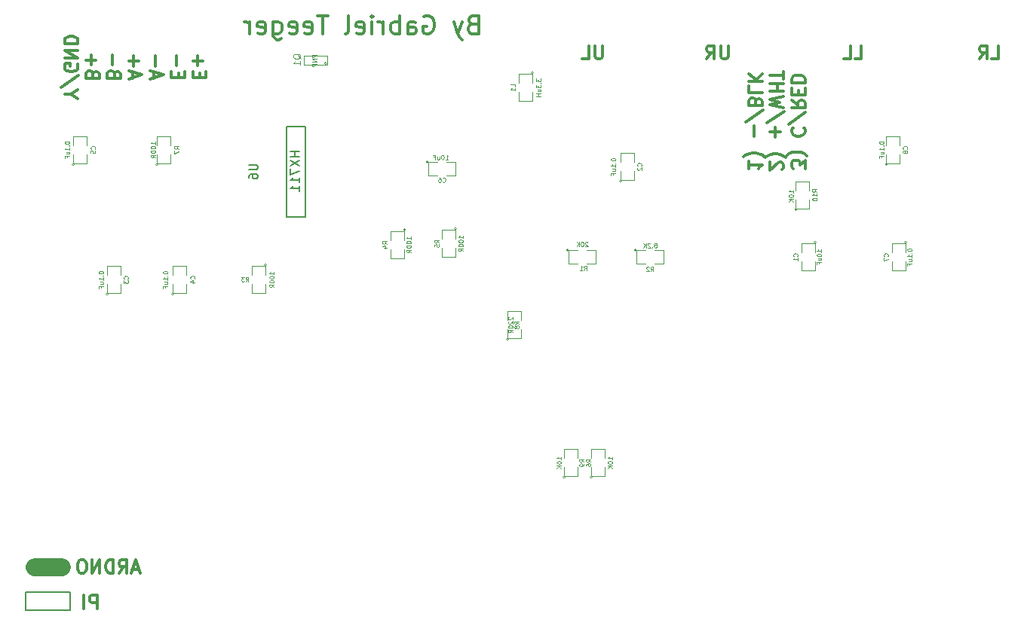
<source format=gbo>
G04 (created by PCBNEW (2013-07-07 BZR 4022)-stable) date 2020-03-17 3:52:32 PM*
%MOIN*%
G04 Gerber Fmt 3.4, Leading zero omitted, Abs format*
%FSLAX34Y34*%
G01*
G70*
G90*
G04 APERTURE LIST*
%ADD10C,0.00590551*%
%ADD11C,0.011811*%
%ADD12C,0.00787402*%
%ADD13C,0.0787402*%
%ADD14C,0.0031*%
%ADD15C,0.0039*%
%ADD16C,0.0047*%
%ADD17C,0.0043*%
G04 APERTURE END LIST*
G54D10*
G54D11*
X66055Y-50565D02*
X66055Y-49974D01*
X65830Y-49974D01*
X65774Y-50002D01*
X65746Y-50030D01*
X65718Y-50086D01*
X65718Y-50171D01*
X65746Y-50227D01*
X65774Y-50255D01*
X65830Y-50283D01*
X66055Y-50283D01*
X65465Y-50565D02*
X65465Y-49974D01*
X67897Y-48821D02*
X67616Y-48821D01*
X67954Y-48990D02*
X67757Y-48399D01*
X67560Y-48990D01*
X67026Y-48990D02*
X67222Y-48708D01*
X67363Y-48990D02*
X67363Y-48399D01*
X67138Y-48399D01*
X67082Y-48427D01*
X67054Y-48455D01*
X67026Y-48512D01*
X67026Y-48596D01*
X67054Y-48652D01*
X67082Y-48680D01*
X67138Y-48708D01*
X67363Y-48708D01*
X66773Y-48990D02*
X66773Y-48399D01*
X66632Y-48399D01*
X66548Y-48427D01*
X66491Y-48484D01*
X66463Y-48540D01*
X66435Y-48652D01*
X66435Y-48737D01*
X66463Y-48849D01*
X66491Y-48905D01*
X66548Y-48962D01*
X66632Y-48990D01*
X66773Y-48990D01*
X66182Y-48990D02*
X66182Y-48399D01*
X65844Y-48990D01*
X65844Y-48399D01*
X65451Y-48399D02*
X65338Y-48399D01*
X65282Y-48427D01*
X65226Y-48484D01*
X65198Y-48596D01*
X65198Y-48793D01*
X65226Y-48905D01*
X65282Y-48962D01*
X65338Y-48990D01*
X65451Y-48990D01*
X65507Y-48962D01*
X65563Y-48905D01*
X65591Y-48793D01*
X65591Y-48596D01*
X65563Y-48484D01*
X65507Y-48427D01*
X65451Y-48399D01*
G54D12*
X62884Y-50629D02*
X62884Y-49842D01*
X64853Y-50629D02*
X62884Y-50629D01*
X64853Y-49842D02*
X64853Y-50629D01*
X62884Y-49842D02*
X64853Y-49842D01*
G54D13*
X63308Y-48731D02*
X64489Y-48731D01*
G54D11*
X70600Y-27072D02*
X70600Y-26875D01*
X70290Y-26790D02*
X70290Y-27072D01*
X70881Y-27072D01*
X70881Y-26790D01*
X70515Y-26537D02*
X70515Y-26087D01*
X70290Y-26312D02*
X70740Y-26312D01*
X69655Y-27072D02*
X69655Y-26875D01*
X69346Y-26790D02*
X69346Y-27072D01*
X69936Y-27072D01*
X69936Y-26790D01*
X69571Y-26537D02*
X69571Y-26087D01*
X68569Y-27086D02*
X68569Y-26804D01*
X68401Y-27142D02*
X68991Y-26945D01*
X68401Y-26748D01*
X68626Y-26551D02*
X68626Y-26101D01*
X67625Y-27086D02*
X67625Y-26804D01*
X67456Y-27142D02*
X68046Y-26945D01*
X67456Y-26748D01*
X67681Y-26551D02*
X67681Y-26101D01*
X67456Y-26326D02*
X67906Y-26326D01*
X66820Y-26903D02*
X66792Y-26819D01*
X66764Y-26790D01*
X66708Y-26762D01*
X66623Y-26762D01*
X66567Y-26790D01*
X66539Y-26819D01*
X66511Y-26875D01*
X66511Y-27100D01*
X67101Y-27100D01*
X67101Y-26903D01*
X67073Y-26847D01*
X67045Y-26819D01*
X66989Y-26790D01*
X66933Y-26790D01*
X66877Y-26819D01*
X66848Y-26847D01*
X66820Y-26903D01*
X66820Y-27100D01*
X66736Y-26509D02*
X66736Y-26059D01*
X65875Y-26903D02*
X65847Y-26819D01*
X65819Y-26790D01*
X65763Y-26762D01*
X65679Y-26762D01*
X65622Y-26790D01*
X65594Y-26819D01*
X65566Y-26875D01*
X65566Y-27100D01*
X66157Y-27100D01*
X66157Y-26903D01*
X66128Y-26847D01*
X66100Y-26819D01*
X66044Y-26790D01*
X65988Y-26790D01*
X65932Y-26819D01*
X65904Y-26847D01*
X65875Y-26903D01*
X65875Y-27100D01*
X65791Y-26509D02*
X65791Y-26059D01*
X65566Y-26284D02*
X66016Y-26284D01*
X64902Y-27789D02*
X64621Y-27789D01*
X65212Y-27986D02*
X64902Y-27789D01*
X65212Y-27592D01*
X65240Y-26973D02*
X64481Y-27479D01*
X65184Y-26467D02*
X65212Y-26523D01*
X65212Y-26608D01*
X65184Y-26692D01*
X65127Y-26748D01*
X65071Y-26776D01*
X64959Y-26804D01*
X64874Y-26804D01*
X64762Y-26776D01*
X64706Y-26748D01*
X64649Y-26692D01*
X64621Y-26608D01*
X64621Y-26551D01*
X64649Y-26467D01*
X64677Y-26439D01*
X64874Y-26439D01*
X64874Y-26551D01*
X64621Y-26186D02*
X65212Y-26186D01*
X64621Y-25848D01*
X65212Y-25848D01*
X64621Y-25567D02*
X65212Y-25567D01*
X65212Y-25427D01*
X65184Y-25342D01*
X65127Y-25286D01*
X65071Y-25258D01*
X64959Y-25230D01*
X64874Y-25230D01*
X64762Y-25258D01*
X64706Y-25286D01*
X64649Y-25342D01*
X64621Y-25427D01*
X64621Y-25567D01*
X97351Y-31080D02*
X97351Y-30715D01*
X97126Y-30912D01*
X97126Y-30827D01*
X97098Y-30771D01*
X97070Y-30743D01*
X97014Y-30715D01*
X96873Y-30715D01*
X96817Y-30743D01*
X96789Y-30771D01*
X96760Y-30827D01*
X96760Y-30996D01*
X96789Y-31052D01*
X96817Y-31080D01*
X96535Y-30518D02*
X96564Y-30490D01*
X96648Y-30434D01*
X96704Y-30406D01*
X96789Y-30377D01*
X96929Y-30349D01*
X97042Y-30349D01*
X97182Y-30377D01*
X97267Y-30406D01*
X97323Y-30434D01*
X97407Y-30490D01*
X97435Y-30518D01*
X96817Y-29281D02*
X96789Y-29309D01*
X96760Y-29393D01*
X96760Y-29449D01*
X96789Y-29534D01*
X96845Y-29590D01*
X96901Y-29618D01*
X97014Y-29646D01*
X97098Y-29646D01*
X97210Y-29618D01*
X97267Y-29590D01*
X97323Y-29534D01*
X97351Y-29449D01*
X97351Y-29393D01*
X97323Y-29309D01*
X97295Y-29281D01*
X97379Y-28606D02*
X96620Y-29112D01*
X96760Y-28071D02*
X97042Y-28268D01*
X96760Y-28409D02*
X97351Y-28409D01*
X97351Y-28184D01*
X97323Y-28128D01*
X97295Y-28100D01*
X97239Y-28071D01*
X97154Y-28071D01*
X97098Y-28100D01*
X97070Y-28128D01*
X97042Y-28184D01*
X97042Y-28409D01*
X97070Y-27818D02*
X97070Y-27622D01*
X96760Y-27537D02*
X96760Y-27818D01*
X97351Y-27818D01*
X97351Y-27537D01*
X96760Y-27284D02*
X97351Y-27284D01*
X97351Y-27143D01*
X97323Y-27059D01*
X97267Y-27003D01*
X97210Y-26975D01*
X97098Y-26947D01*
X97014Y-26947D01*
X96901Y-26975D01*
X96845Y-27003D01*
X96789Y-27059D01*
X96760Y-27143D01*
X96760Y-27284D01*
X96350Y-31137D02*
X96378Y-31109D01*
X96406Y-31052D01*
X96406Y-30912D01*
X96378Y-30856D01*
X96350Y-30827D01*
X96294Y-30799D01*
X96237Y-30799D01*
X96153Y-30827D01*
X95816Y-31165D01*
X95816Y-30799D01*
X95591Y-30602D02*
X95619Y-30574D01*
X95703Y-30518D01*
X95759Y-30490D01*
X95844Y-30462D01*
X95984Y-30434D01*
X96097Y-30434D01*
X96237Y-30462D01*
X96322Y-30490D01*
X96378Y-30518D01*
X96462Y-30574D01*
X96491Y-30602D01*
X96041Y-29703D02*
X96041Y-29253D01*
X95816Y-29478D02*
X96266Y-29478D01*
X96434Y-28550D02*
X95675Y-29056D01*
X96406Y-28409D02*
X95816Y-28268D01*
X96237Y-28156D01*
X95816Y-28043D01*
X96406Y-27903D01*
X95816Y-27678D02*
X96406Y-27678D01*
X96125Y-27678D02*
X96125Y-27340D01*
X95816Y-27340D02*
X96406Y-27340D01*
X96406Y-27143D02*
X96406Y-26806D01*
X95816Y-26975D02*
X96406Y-26975D01*
X94871Y-30757D02*
X94871Y-31095D01*
X94871Y-30926D02*
X95461Y-30926D01*
X95377Y-30982D01*
X95321Y-31038D01*
X95293Y-31095D01*
X94646Y-30560D02*
X94674Y-30532D01*
X94758Y-30476D01*
X94814Y-30448D01*
X94899Y-30420D01*
X95039Y-30392D01*
X95152Y-30392D01*
X95293Y-30420D01*
X95377Y-30448D01*
X95433Y-30476D01*
X95517Y-30532D01*
X95546Y-30560D01*
X95096Y-29660D02*
X95096Y-29210D01*
X95489Y-28507D02*
X94730Y-29014D01*
X95180Y-28114D02*
X95152Y-28029D01*
X95124Y-28001D01*
X95068Y-27973D01*
X94983Y-27973D01*
X94927Y-28001D01*
X94899Y-28029D01*
X94871Y-28086D01*
X94871Y-28311D01*
X95461Y-28311D01*
X95461Y-28114D01*
X95433Y-28057D01*
X95405Y-28029D01*
X95349Y-28001D01*
X95293Y-28001D01*
X95236Y-28029D01*
X95208Y-28057D01*
X95180Y-28114D01*
X95180Y-28311D01*
X94871Y-27439D02*
X94871Y-27720D01*
X95461Y-27720D01*
X94871Y-27242D02*
X95461Y-27242D01*
X94871Y-26904D02*
X95208Y-27158D01*
X95461Y-26904D02*
X95124Y-27242D01*
X99556Y-26239D02*
X99837Y-26239D01*
X99837Y-25648D01*
X99078Y-26239D02*
X99359Y-26239D01*
X99359Y-25648D01*
X105612Y-26239D02*
X105893Y-26239D01*
X105893Y-25648D01*
X105078Y-26239D02*
X105275Y-25957D01*
X105415Y-26239D02*
X105415Y-25648D01*
X105190Y-25648D01*
X105134Y-25676D01*
X105106Y-25704D01*
X105078Y-25760D01*
X105078Y-25845D01*
X105106Y-25901D01*
X105134Y-25929D01*
X105190Y-25957D01*
X105415Y-25957D01*
X93964Y-25648D02*
X93964Y-26126D01*
X93935Y-26182D01*
X93907Y-26210D01*
X93851Y-26239D01*
X93739Y-26239D01*
X93682Y-26210D01*
X93654Y-26182D01*
X93626Y-26126D01*
X93626Y-25648D01*
X93007Y-26239D02*
X93204Y-25957D01*
X93345Y-26239D02*
X93345Y-25648D01*
X93120Y-25648D01*
X93064Y-25676D01*
X93035Y-25704D01*
X93007Y-25760D01*
X93007Y-25845D01*
X93035Y-25901D01*
X93064Y-25929D01*
X93120Y-25957D01*
X93345Y-25957D01*
X88407Y-25648D02*
X88407Y-26126D01*
X88379Y-26182D01*
X88351Y-26210D01*
X88295Y-26239D01*
X88182Y-26239D01*
X88126Y-26210D01*
X88098Y-26182D01*
X88070Y-26126D01*
X88070Y-25648D01*
X87507Y-26239D02*
X87789Y-26239D01*
X87789Y-25648D01*
X82656Y-24705D02*
X82543Y-24743D01*
X82505Y-24781D01*
X82468Y-24856D01*
X82468Y-24969D01*
X82505Y-25044D01*
X82543Y-25082D01*
X82618Y-25119D01*
X82919Y-25119D01*
X82919Y-24329D01*
X82656Y-24329D01*
X82580Y-24367D01*
X82543Y-24404D01*
X82505Y-24480D01*
X82505Y-24555D01*
X82543Y-24630D01*
X82580Y-24668D01*
X82656Y-24705D01*
X82919Y-24705D01*
X82204Y-24592D02*
X82016Y-25119D01*
X81828Y-24592D02*
X82016Y-25119D01*
X82091Y-25308D01*
X82129Y-25345D01*
X82204Y-25383D01*
X80510Y-24367D02*
X80585Y-24329D01*
X80698Y-24329D01*
X80811Y-24367D01*
X80886Y-24442D01*
X80924Y-24517D01*
X80962Y-24668D01*
X80962Y-24781D01*
X80924Y-24931D01*
X80886Y-25007D01*
X80811Y-25082D01*
X80698Y-25119D01*
X80623Y-25119D01*
X80510Y-25082D01*
X80472Y-25044D01*
X80472Y-24781D01*
X80623Y-24781D01*
X79795Y-25119D02*
X79795Y-24705D01*
X79832Y-24630D01*
X79908Y-24592D01*
X80058Y-24592D01*
X80134Y-24630D01*
X79795Y-25082D02*
X79870Y-25119D01*
X80058Y-25119D01*
X80134Y-25082D01*
X80171Y-25007D01*
X80171Y-24931D01*
X80134Y-24856D01*
X80058Y-24818D01*
X79870Y-24818D01*
X79795Y-24781D01*
X79418Y-25119D02*
X79418Y-24329D01*
X79418Y-24630D02*
X79343Y-24592D01*
X79192Y-24592D01*
X79117Y-24630D01*
X79079Y-24668D01*
X79042Y-24743D01*
X79042Y-24969D01*
X79079Y-25044D01*
X79117Y-25082D01*
X79192Y-25119D01*
X79343Y-25119D01*
X79418Y-25082D01*
X78703Y-25119D02*
X78703Y-24592D01*
X78703Y-24743D02*
X78665Y-24668D01*
X78628Y-24630D01*
X78552Y-24592D01*
X78477Y-24592D01*
X78214Y-25119D02*
X78214Y-24592D01*
X78214Y-24329D02*
X78251Y-24367D01*
X78214Y-24404D01*
X78176Y-24367D01*
X78214Y-24329D01*
X78214Y-24404D01*
X77536Y-25082D02*
X77611Y-25119D01*
X77762Y-25119D01*
X77837Y-25082D01*
X77875Y-25007D01*
X77875Y-24705D01*
X77837Y-24630D01*
X77762Y-24592D01*
X77611Y-24592D01*
X77536Y-24630D01*
X77498Y-24705D01*
X77498Y-24781D01*
X77875Y-24856D01*
X77047Y-25119D02*
X77122Y-25082D01*
X77160Y-25007D01*
X77160Y-24329D01*
X76256Y-24329D02*
X75804Y-24329D01*
X76030Y-25119D02*
X76030Y-24329D01*
X75240Y-25082D02*
X75315Y-25119D01*
X75465Y-25119D01*
X75541Y-25082D01*
X75578Y-25007D01*
X75578Y-24705D01*
X75541Y-24630D01*
X75465Y-24592D01*
X75315Y-24592D01*
X75240Y-24630D01*
X75202Y-24705D01*
X75202Y-24781D01*
X75578Y-24856D01*
X74562Y-25082D02*
X74637Y-25119D01*
X74788Y-25119D01*
X74863Y-25082D01*
X74901Y-25007D01*
X74901Y-24705D01*
X74863Y-24630D01*
X74788Y-24592D01*
X74637Y-24592D01*
X74562Y-24630D01*
X74524Y-24705D01*
X74524Y-24781D01*
X74901Y-24856D01*
X73847Y-24592D02*
X73847Y-25232D01*
X73884Y-25308D01*
X73922Y-25345D01*
X73997Y-25383D01*
X74110Y-25383D01*
X74186Y-25345D01*
X73847Y-25082D02*
X73922Y-25119D01*
X74073Y-25119D01*
X74148Y-25082D01*
X74186Y-25044D01*
X74223Y-24969D01*
X74223Y-24743D01*
X74186Y-24668D01*
X74148Y-24630D01*
X74073Y-24592D01*
X73922Y-24592D01*
X73847Y-24630D01*
X73169Y-25082D02*
X73244Y-25119D01*
X73395Y-25119D01*
X73470Y-25082D01*
X73508Y-25007D01*
X73508Y-24705D01*
X73470Y-24630D01*
X73395Y-24592D01*
X73244Y-24592D01*
X73169Y-24630D01*
X73131Y-24705D01*
X73131Y-24781D01*
X73508Y-24856D01*
X72793Y-25119D02*
X72793Y-24592D01*
X72793Y-24743D02*
X72755Y-24668D01*
X72717Y-24630D01*
X72642Y-24592D01*
X72567Y-24592D01*
G54D14*
X76225Y-26438D02*
G75*
G03X76225Y-26438I-62J0D01*
G74*
G01*
X75200Y-26100D02*
X75200Y-26500D01*
X76225Y-26100D02*
X76225Y-26500D01*
X75200Y-26500D02*
X76225Y-26500D01*
X76225Y-26100D02*
X75200Y-26100D01*
G54D15*
X101000Y-30900D02*
G75*
G03X101000Y-30900I-50J0D01*
G74*
G01*
X100950Y-30450D02*
X100950Y-30850D01*
X100950Y-30850D02*
X101550Y-30850D01*
X101550Y-30850D02*
X101550Y-30450D01*
X101550Y-30050D02*
X101550Y-29650D01*
X101550Y-29650D02*
X100950Y-29650D01*
X100950Y-29650D02*
X100950Y-30050D01*
X81950Y-33750D02*
G75*
G03X81950Y-33750I-50J0D01*
G74*
G01*
X81900Y-34200D02*
X81900Y-33800D01*
X81900Y-33800D02*
X81300Y-33800D01*
X81300Y-33800D02*
X81300Y-34200D01*
X81300Y-34600D02*
X81300Y-35000D01*
X81300Y-35000D02*
X81900Y-35000D01*
X81900Y-35000D02*
X81900Y-34600D01*
X68750Y-30900D02*
G75*
G03X68750Y-30900I-50J0D01*
G74*
G01*
X68700Y-30450D02*
X68700Y-30850D01*
X68700Y-30850D02*
X69300Y-30850D01*
X69300Y-30850D02*
X69300Y-30450D01*
X69300Y-30050D02*
X69300Y-29650D01*
X69300Y-29650D02*
X68700Y-29650D01*
X68700Y-29650D02*
X68700Y-30050D01*
X87950Y-44750D02*
G75*
G03X87950Y-44750I-50J0D01*
G74*
G01*
X87900Y-44300D02*
X87900Y-44700D01*
X87900Y-44700D02*
X88500Y-44700D01*
X88500Y-44700D02*
X88500Y-44300D01*
X88500Y-43900D02*
X88500Y-43500D01*
X88500Y-43500D02*
X87900Y-43500D01*
X87900Y-43500D02*
X87900Y-43900D01*
X65050Y-30900D02*
G75*
G03X65050Y-30900I-50J0D01*
G74*
G01*
X65000Y-30450D02*
X65000Y-30850D01*
X65000Y-30850D02*
X65600Y-30850D01*
X65600Y-30850D02*
X65600Y-30450D01*
X65600Y-30050D02*
X65600Y-29650D01*
X65600Y-29650D02*
X65000Y-29650D01*
X65000Y-29650D02*
X65000Y-30050D01*
X86750Y-44750D02*
G75*
G03X86750Y-44750I-50J0D01*
G74*
G01*
X86700Y-44300D02*
X86700Y-44700D01*
X86700Y-44700D02*
X87300Y-44700D01*
X87300Y-44700D02*
X87300Y-44300D01*
X87300Y-43900D02*
X87300Y-43500D01*
X87300Y-43500D02*
X86700Y-43500D01*
X86700Y-43500D02*
X86700Y-43900D01*
X84250Y-38650D02*
G75*
G03X84250Y-38650I-50J0D01*
G74*
G01*
X84200Y-38200D02*
X84200Y-38600D01*
X84200Y-38600D02*
X84800Y-38600D01*
X84800Y-38600D02*
X84800Y-38200D01*
X84800Y-37800D02*
X84800Y-37400D01*
X84800Y-37400D02*
X84200Y-37400D01*
X84200Y-37400D02*
X84200Y-37800D01*
X79700Y-33800D02*
G75*
G03X79700Y-33800I-50J0D01*
G74*
G01*
X79650Y-34250D02*
X79650Y-33850D01*
X79650Y-33850D02*
X79050Y-33850D01*
X79050Y-33850D02*
X79050Y-34250D01*
X79050Y-34650D02*
X79050Y-35050D01*
X79050Y-35050D02*
X79650Y-35050D01*
X79650Y-35050D02*
X79650Y-34650D01*
X80700Y-30800D02*
G75*
G03X80700Y-30800I-50J0D01*
G74*
G01*
X81100Y-30800D02*
X80700Y-30800D01*
X80700Y-30800D02*
X80700Y-31400D01*
X80700Y-31400D02*
X81100Y-31400D01*
X81500Y-31400D02*
X81900Y-31400D01*
X81900Y-31400D02*
X81900Y-30800D01*
X81900Y-30800D02*
X81500Y-30800D01*
X101850Y-34350D02*
G75*
G03X101850Y-34350I-50J0D01*
G74*
G01*
X101800Y-34800D02*
X101800Y-34400D01*
X101800Y-34400D02*
X101200Y-34400D01*
X101200Y-34400D02*
X101200Y-34800D01*
X101200Y-35200D02*
X101200Y-35600D01*
X101200Y-35600D02*
X101800Y-35600D01*
X101800Y-35600D02*
X101800Y-35200D01*
X69450Y-36650D02*
G75*
G03X69450Y-36650I-50J0D01*
G74*
G01*
X69400Y-36200D02*
X69400Y-36600D01*
X69400Y-36600D02*
X70000Y-36600D01*
X70000Y-36600D02*
X70000Y-36200D01*
X70000Y-35800D02*
X70000Y-35400D01*
X70000Y-35400D02*
X69400Y-35400D01*
X69400Y-35400D02*
X69400Y-35800D01*
X66550Y-36650D02*
G75*
G03X66550Y-36650I-50J0D01*
G74*
G01*
X66500Y-36200D02*
X66500Y-36600D01*
X66500Y-36600D02*
X67100Y-36600D01*
X67100Y-36600D02*
X67100Y-36200D01*
X67100Y-35800D02*
X67100Y-35400D01*
X67100Y-35400D02*
X66500Y-35400D01*
X66500Y-35400D02*
X66500Y-35800D01*
X85350Y-26850D02*
G75*
G03X85350Y-26850I-50J0D01*
G74*
G01*
X85300Y-27300D02*
X85300Y-26900D01*
X85300Y-26900D02*
X84700Y-26900D01*
X84700Y-26900D02*
X84700Y-27300D01*
X84700Y-27700D02*
X84700Y-28100D01*
X84700Y-28100D02*
X85300Y-28100D01*
X85300Y-28100D02*
X85300Y-27700D01*
X97850Y-34350D02*
G75*
G03X97850Y-34350I-50J0D01*
G74*
G01*
X97800Y-34800D02*
X97800Y-34400D01*
X97800Y-34400D02*
X97200Y-34400D01*
X97200Y-34400D02*
X97200Y-34800D01*
X97200Y-35200D02*
X97200Y-35600D01*
X97200Y-35600D02*
X97800Y-35600D01*
X97800Y-35600D02*
X97800Y-35200D01*
X89250Y-31650D02*
G75*
G03X89250Y-31650I-50J0D01*
G74*
G01*
X89200Y-31200D02*
X89200Y-31600D01*
X89200Y-31600D02*
X89800Y-31600D01*
X89800Y-31600D02*
X89800Y-31200D01*
X89800Y-30800D02*
X89800Y-30400D01*
X89800Y-30400D02*
X89200Y-30400D01*
X89200Y-30400D02*
X89200Y-30800D01*
X73550Y-35350D02*
G75*
G03X73550Y-35350I-50J0D01*
G74*
G01*
X73500Y-35800D02*
X73500Y-35400D01*
X73500Y-35400D02*
X72900Y-35400D01*
X72900Y-35400D02*
X72900Y-35800D01*
X72900Y-36200D02*
X72900Y-36600D01*
X72900Y-36600D02*
X73500Y-36600D01*
X73500Y-36600D02*
X73500Y-36200D01*
X89900Y-34700D02*
G75*
G03X89900Y-34700I-50J0D01*
G74*
G01*
X90300Y-34700D02*
X89900Y-34700D01*
X89900Y-34700D02*
X89900Y-35300D01*
X89900Y-35300D02*
X90300Y-35300D01*
X90700Y-35300D02*
X91100Y-35300D01*
X91100Y-35300D02*
X91100Y-34700D01*
X91100Y-34700D02*
X90700Y-34700D01*
X86900Y-34700D02*
G75*
G03X86900Y-34700I-50J0D01*
G74*
G01*
X87300Y-34700D02*
X86900Y-34700D01*
X86900Y-34700D02*
X86900Y-35300D01*
X86900Y-35300D02*
X87300Y-35300D01*
X87700Y-35300D02*
X88100Y-35300D01*
X88100Y-35300D02*
X88100Y-34700D01*
X88100Y-34700D02*
X87700Y-34700D01*
G54D10*
X74426Y-29212D02*
X74426Y-33228D01*
X74426Y-33228D02*
X75253Y-33228D01*
X75253Y-33228D02*
X75253Y-29252D01*
X75253Y-29252D02*
X75253Y-29212D01*
X75253Y-29212D02*
X74426Y-29212D01*
G54D15*
X97000Y-32900D02*
G75*
G03X97000Y-32900I-50J0D01*
G74*
G01*
X96950Y-32450D02*
X96950Y-32850D01*
X96950Y-32850D02*
X97550Y-32850D01*
X97550Y-32850D02*
X97550Y-32450D01*
X97550Y-32050D02*
X97550Y-31650D01*
X97550Y-31650D02*
X96950Y-31650D01*
X96950Y-31650D02*
X96950Y-32050D01*
G54D16*
X75063Y-26232D02*
X75048Y-26203D01*
X75020Y-26175D01*
X74977Y-26132D01*
X74963Y-26103D01*
X74963Y-26075D01*
X75034Y-26089D02*
X75020Y-26061D01*
X74991Y-26032D01*
X74934Y-26018D01*
X74834Y-26018D01*
X74777Y-26032D01*
X74748Y-26061D01*
X74734Y-26089D01*
X74734Y-26146D01*
X74748Y-26175D01*
X74777Y-26203D01*
X74834Y-26218D01*
X74934Y-26218D01*
X74991Y-26203D01*
X75020Y-26175D01*
X75034Y-26146D01*
X75034Y-26089D01*
X75034Y-26503D02*
X75034Y-26332D01*
X75034Y-26418D02*
X74734Y-26418D01*
X74777Y-26389D01*
X74805Y-26361D01*
X74820Y-26332D01*
G54D15*
X75754Y-26046D02*
X75557Y-26046D01*
X75557Y-26121D01*
X75567Y-26140D01*
X75576Y-26149D01*
X75595Y-26159D01*
X75623Y-26159D01*
X75642Y-26149D01*
X75651Y-26140D01*
X75660Y-26121D01*
X75660Y-26046D01*
X75754Y-26243D02*
X75557Y-26243D01*
X75754Y-26356D01*
X75557Y-26356D01*
X75754Y-26450D02*
X75557Y-26450D01*
X75557Y-26525D01*
X75567Y-26543D01*
X75576Y-26553D01*
X75595Y-26562D01*
X75623Y-26562D01*
X75642Y-26553D01*
X75651Y-26543D01*
X75660Y-26525D01*
X75660Y-26450D01*
G54D17*
X101860Y-30217D02*
X101870Y-30207D01*
X101879Y-30179D01*
X101879Y-30160D01*
X101870Y-30132D01*
X101851Y-30113D01*
X101832Y-30104D01*
X101795Y-30095D01*
X101767Y-30095D01*
X101729Y-30104D01*
X101710Y-30113D01*
X101692Y-30132D01*
X101682Y-30160D01*
X101682Y-30179D01*
X101692Y-30207D01*
X101701Y-30217D01*
X101767Y-30329D02*
X101757Y-30310D01*
X101748Y-30301D01*
X101729Y-30292D01*
X101720Y-30292D01*
X101701Y-30301D01*
X101692Y-30310D01*
X101682Y-30329D01*
X101682Y-30367D01*
X101692Y-30386D01*
X101701Y-30395D01*
X101720Y-30404D01*
X101729Y-30404D01*
X101748Y-30395D01*
X101757Y-30386D01*
X101767Y-30367D01*
X101767Y-30329D01*
X101776Y-30310D01*
X101785Y-30301D01*
X101804Y-30292D01*
X101842Y-30292D01*
X101860Y-30301D01*
X101870Y-30310D01*
X101879Y-30329D01*
X101879Y-30367D01*
X101870Y-30386D01*
X101860Y-30395D01*
X101842Y-30404D01*
X101804Y-30404D01*
X101785Y-30395D01*
X101776Y-30386D01*
X101767Y-30367D01*
X100632Y-29926D02*
X100632Y-29945D01*
X100642Y-29963D01*
X100651Y-29973D01*
X100670Y-29982D01*
X100707Y-29992D01*
X100754Y-29992D01*
X100792Y-29982D01*
X100810Y-29973D01*
X100820Y-29963D01*
X100829Y-29945D01*
X100829Y-29926D01*
X100820Y-29907D01*
X100810Y-29898D01*
X100792Y-29888D01*
X100754Y-29879D01*
X100707Y-29879D01*
X100670Y-29888D01*
X100651Y-29898D01*
X100642Y-29907D01*
X100632Y-29926D01*
X100810Y-30076D02*
X100820Y-30085D01*
X100829Y-30076D01*
X100820Y-30067D01*
X100810Y-30076D01*
X100829Y-30076D01*
X100829Y-30273D02*
X100829Y-30160D01*
X100829Y-30217D02*
X100632Y-30217D01*
X100660Y-30198D01*
X100679Y-30179D01*
X100689Y-30160D01*
X100698Y-30442D02*
X100829Y-30442D01*
X100698Y-30357D02*
X100801Y-30357D01*
X100820Y-30367D01*
X100829Y-30386D01*
X100829Y-30414D01*
X100820Y-30432D01*
X100810Y-30442D01*
X100726Y-30601D02*
X100726Y-30536D01*
X100829Y-30536D02*
X100632Y-30536D01*
X100632Y-30629D01*
X81179Y-34367D02*
X81085Y-34301D01*
X81179Y-34254D02*
X80982Y-34254D01*
X80982Y-34329D01*
X80992Y-34348D01*
X81001Y-34357D01*
X81020Y-34367D01*
X81048Y-34367D01*
X81067Y-34357D01*
X81076Y-34348D01*
X81085Y-34329D01*
X81085Y-34254D01*
X80982Y-34545D02*
X80982Y-34451D01*
X81076Y-34442D01*
X81067Y-34451D01*
X81057Y-34470D01*
X81057Y-34517D01*
X81067Y-34536D01*
X81076Y-34545D01*
X81095Y-34554D01*
X81142Y-34554D01*
X81160Y-34545D01*
X81170Y-34536D01*
X81179Y-34517D01*
X81179Y-34470D01*
X81170Y-34451D01*
X81160Y-34442D01*
X82229Y-34170D02*
X82229Y-34057D01*
X82229Y-34113D02*
X82032Y-34113D01*
X82060Y-34095D01*
X82079Y-34076D01*
X82089Y-34057D01*
X82032Y-34292D02*
X82032Y-34310D01*
X82042Y-34329D01*
X82051Y-34339D01*
X82070Y-34348D01*
X82107Y-34357D01*
X82154Y-34357D01*
X82192Y-34348D01*
X82210Y-34339D01*
X82220Y-34329D01*
X82229Y-34310D01*
X82229Y-34292D01*
X82220Y-34273D01*
X82210Y-34263D01*
X82192Y-34254D01*
X82154Y-34245D01*
X82107Y-34245D01*
X82070Y-34254D01*
X82051Y-34263D01*
X82042Y-34273D01*
X82032Y-34292D01*
X82032Y-34479D02*
X82032Y-34498D01*
X82042Y-34517D01*
X82051Y-34526D01*
X82070Y-34536D01*
X82107Y-34545D01*
X82154Y-34545D01*
X82192Y-34536D01*
X82210Y-34526D01*
X82220Y-34517D01*
X82229Y-34498D01*
X82229Y-34479D01*
X82220Y-34460D01*
X82210Y-34451D01*
X82192Y-34442D01*
X82154Y-34432D01*
X82107Y-34432D01*
X82070Y-34442D01*
X82051Y-34451D01*
X82042Y-34460D01*
X82032Y-34479D01*
X82229Y-34742D02*
X82135Y-34676D01*
X82229Y-34629D02*
X82032Y-34629D01*
X82032Y-34704D01*
X82042Y-34723D01*
X82051Y-34733D01*
X82070Y-34742D01*
X82098Y-34742D01*
X82117Y-34733D01*
X82126Y-34723D01*
X82135Y-34704D01*
X82135Y-34629D01*
X69679Y-30217D02*
X69585Y-30151D01*
X69679Y-30104D02*
X69482Y-30104D01*
X69482Y-30179D01*
X69492Y-30198D01*
X69501Y-30207D01*
X69520Y-30217D01*
X69548Y-30217D01*
X69567Y-30207D01*
X69576Y-30198D01*
X69585Y-30179D01*
X69585Y-30104D01*
X69482Y-30282D02*
X69482Y-30414D01*
X69679Y-30329D01*
X68629Y-30020D02*
X68629Y-29907D01*
X68629Y-29963D02*
X68432Y-29963D01*
X68460Y-29945D01*
X68479Y-29926D01*
X68489Y-29907D01*
X68432Y-30142D02*
X68432Y-30160D01*
X68442Y-30179D01*
X68451Y-30189D01*
X68470Y-30198D01*
X68507Y-30207D01*
X68554Y-30207D01*
X68592Y-30198D01*
X68610Y-30189D01*
X68620Y-30179D01*
X68629Y-30160D01*
X68629Y-30142D01*
X68620Y-30123D01*
X68610Y-30113D01*
X68592Y-30104D01*
X68554Y-30095D01*
X68507Y-30095D01*
X68470Y-30104D01*
X68451Y-30113D01*
X68442Y-30123D01*
X68432Y-30142D01*
X68432Y-30329D02*
X68432Y-30348D01*
X68442Y-30367D01*
X68451Y-30376D01*
X68470Y-30386D01*
X68507Y-30395D01*
X68554Y-30395D01*
X68592Y-30386D01*
X68610Y-30376D01*
X68620Y-30367D01*
X68629Y-30348D01*
X68629Y-30329D01*
X68620Y-30310D01*
X68610Y-30301D01*
X68592Y-30292D01*
X68554Y-30282D01*
X68507Y-30282D01*
X68470Y-30292D01*
X68451Y-30301D01*
X68442Y-30310D01*
X68432Y-30329D01*
X68629Y-30592D02*
X68535Y-30526D01*
X68629Y-30479D02*
X68432Y-30479D01*
X68432Y-30554D01*
X68442Y-30573D01*
X68451Y-30583D01*
X68470Y-30592D01*
X68498Y-30592D01*
X68517Y-30583D01*
X68526Y-30573D01*
X68535Y-30554D01*
X68535Y-30479D01*
X87879Y-44067D02*
X87785Y-44001D01*
X87879Y-43954D02*
X87682Y-43954D01*
X87682Y-44029D01*
X87692Y-44048D01*
X87701Y-44057D01*
X87720Y-44067D01*
X87748Y-44067D01*
X87767Y-44057D01*
X87776Y-44048D01*
X87785Y-44029D01*
X87785Y-43954D01*
X87682Y-44236D02*
X87682Y-44198D01*
X87692Y-44179D01*
X87701Y-44170D01*
X87729Y-44151D01*
X87767Y-44142D01*
X87842Y-44142D01*
X87860Y-44151D01*
X87870Y-44160D01*
X87879Y-44179D01*
X87879Y-44217D01*
X87870Y-44236D01*
X87860Y-44245D01*
X87842Y-44254D01*
X87795Y-44254D01*
X87776Y-44245D01*
X87767Y-44236D01*
X87757Y-44217D01*
X87757Y-44179D01*
X87767Y-44160D01*
X87776Y-44151D01*
X87795Y-44142D01*
X88829Y-43963D02*
X88829Y-43851D01*
X88829Y-43907D02*
X88632Y-43907D01*
X88660Y-43888D01*
X88679Y-43870D01*
X88689Y-43851D01*
X88632Y-44085D02*
X88632Y-44104D01*
X88642Y-44123D01*
X88651Y-44132D01*
X88670Y-44142D01*
X88707Y-44151D01*
X88754Y-44151D01*
X88792Y-44142D01*
X88810Y-44132D01*
X88820Y-44123D01*
X88829Y-44104D01*
X88829Y-44085D01*
X88820Y-44067D01*
X88810Y-44057D01*
X88792Y-44048D01*
X88754Y-44039D01*
X88707Y-44039D01*
X88670Y-44048D01*
X88651Y-44057D01*
X88642Y-44067D01*
X88632Y-44085D01*
X88829Y-44236D02*
X88632Y-44236D01*
X88829Y-44348D02*
X88717Y-44264D01*
X88632Y-44348D02*
X88745Y-44236D01*
X65960Y-30217D02*
X65970Y-30207D01*
X65979Y-30179D01*
X65979Y-30160D01*
X65970Y-30132D01*
X65951Y-30113D01*
X65932Y-30104D01*
X65895Y-30095D01*
X65867Y-30095D01*
X65829Y-30104D01*
X65810Y-30113D01*
X65792Y-30132D01*
X65782Y-30160D01*
X65782Y-30179D01*
X65792Y-30207D01*
X65801Y-30217D01*
X65782Y-30395D02*
X65782Y-30301D01*
X65876Y-30292D01*
X65867Y-30301D01*
X65857Y-30320D01*
X65857Y-30367D01*
X65867Y-30386D01*
X65876Y-30395D01*
X65895Y-30404D01*
X65942Y-30404D01*
X65960Y-30395D01*
X65970Y-30386D01*
X65979Y-30367D01*
X65979Y-30320D01*
X65970Y-30301D01*
X65960Y-30292D01*
X64632Y-29926D02*
X64632Y-29945D01*
X64642Y-29963D01*
X64651Y-29973D01*
X64670Y-29982D01*
X64707Y-29992D01*
X64754Y-29992D01*
X64792Y-29982D01*
X64810Y-29973D01*
X64820Y-29963D01*
X64829Y-29945D01*
X64829Y-29926D01*
X64820Y-29907D01*
X64810Y-29898D01*
X64792Y-29888D01*
X64754Y-29879D01*
X64707Y-29879D01*
X64670Y-29888D01*
X64651Y-29898D01*
X64642Y-29907D01*
X64632Y-29926D01*
X64810Y-30076D02*
X64820Y-30085D01*
X64829Y-30076D01*
X64820Y-30067D01*
X64810Y-30076D01*
X64829Y-30076D01*
X64829Y-30273D02*
X64829Y-30160D01*
X64829Y-30217D02*
X64632Y-30217D01*
X64660Y-30198D01*
X64679Y-30179D01*
X64689Y-30160D01*
X64698Y-30442D02*
X64829Y-30442D01*
X64698Y-30357D02*
X64801Y-30357D01*
X64820Y-30367D01*
X64829Y-30386D01*
X64829Y-30414D01*
X64820Y-30432D01*
X64810Y-30442D01*
X64726Y-30601D02*
X64726Y-30536D01*
X64829Y-30536D02*
X64632Y-30536D01*
X64632Y-30629D01*
X87579Y-44067D02*
X87485Y-44001D01*
X87579Y-43954D02*
X87382Y-43954D01*
X87382Y-44029D01*
X87392Y-44048D01*
X87401Y-44057D01*
X87420Y-44067D01*
X87448Y-44067D01*
X87467Y-44057D01*
X87476Y-44048D01*
X87485Y-44029D01*
X87485Y-43954D01*
X87579Y-44160D02*
X87579Y-44198D01*
X87570Y-44217D01*
X87560Y-44226D01*
X87532Y-44245D01*
X87495Y-44254D01*
X87420Y-44254D01*
X87401Y-44245D01*
X87392Y-44236D01*
X87382Y-44217D01*
X87382Y-44179D01*
X87392Y-44160D01*
X87401Y-44151D01*
X87420Y-44142D01*
X87467Y-44142D01*
X87485Y-44151D01*
X87495Y-44160D01*
X87504Y-44179D01*
X87504Y-44217D01*
X87495Y-44236D01*
X87485Y-44245D01*
X87467Y-44254D01*
X86579Y-43963D02*
X86579Y-43851D01*
X86579Y-43907D02*
X86382Y-43907D01*
X86410Y-43888D01*
X86429Y-43870D01*
X86439Y-43851D01*
X86382Y-44085D02*
X86382Y-44104D01*
X86392Y-44123D01*
X86401Y-44132D01*
X86420Y-44142D01*
X86457Y-44151D01*
X86504Y-44151D01*
X86542Y-44142D01*
X86560Y-44132D01*
X86570Y-44123D01*
X86579Y-44104D01*
X86579Y-44085D01*
X86570Y-44067D01*
X86560Y-44057D01*
X86542Y-44048D01*
X86504Y-44039D01*
X86457Y-44039D01*
X86420Y-44048D01*
X86401Y-44057D01*
X86392Y-44067D01*
X86382Y-44085D01*
X86579Y-44236D02*
X86382Y-44236D01*
X86579Y-44348D02*
X86467Y-44264D01*
X86382Y-44348D02*
X86495Y-44236D01*
X84704Y-37967D02*
X84610Y-37901D01*
X84704Y-37854D02*
X84507Y-37854D01*
X84507Y-37929D01*
X84517Y-37948D01*
X84526Y-37957D01*
X84545Y-37967D01*
X84573Y-37967D01*
X84592Y-37957D01*
X84601Y-37948D01*
X84610Y-37929D01*
X84610Y-37854D01*
X84592Y-38079D02*
X84582Y-38060D01*
X84573Y-38051D01*
X84554Y-38042D01*
X84545Y-38042D01*
X84526Y-38051D01*
X84517Y-38060D01*
X84507Y-38079D01*
X84507Y-38117D01*
X84517Y-38136D01*
X84526Y-38145D01*
X84545Y-38154D01*
X84554Y-38154D01*
X84573Y-38145D01*
X84582Y-38136D01*
X84592Y-38117D01*
X84592Y-38079D01*
X84601Y-38060D01*
X84610Y-38051D01*
X84629Y-38042D01*
X84667Y-38042D01*
X84685Y-38051D01*
X84695Y-38060D01*
X84704Y-38079D01*
X84704Y-38117D01*
X84695Y-38136D01*
X84685Y-38145D01*
X84667Y-38154D01*
X84629Y-38154D01*
X84610Y-38145D01*
X84601Y-38136D01*
X84592Y-38117D01*
X84251Y-37657D02*
X84242Y-37666D01*
X84232Y-37685D01*
X84232Y-37732D01*
X84242Y-37751D01*
X84251Y-37760D01*
X84270Y-37770D01*
X84289Y-37770D01*
X84317Y-37760D01*
X84429Y-37648D01*
X84429Y-37770D01*
X84251Y-37845D02*
X84242Y-37854D01*
X84232Y-37873D01*
X84232Y-37920D01*
X84242Y-37939D01*
X84251Y-37948D01*
X84270Y-37957D01*
X84289Y-37957D01*
X84317Y-37948D01*
X84429Y-37835D01*
X84429Y-37957D01*
X84232Y-38079D02*
X84232Y-38098D01*
X84242Y-38117D01*
X84251Y-38126D01*
X84270Y-38136D01*
X84307Y-38145D01*
X84354Y-38145D01*
X84392Y-38136D01*
X84410Y-38126D01*
X84420Y-38117D01*
X84429Y-38098D01*
X84429Y-38079D01*
X84420Y-38060D01*
X84410Y-38051D01*
X84392Y-38042D01*
X84354Y-38032D01*
X84307Y-38032D01*
X84270Y-38042D01*
X84251Y-38051D01*
X84242Y-38060D01*
X84232Y-38079D01*
X84429Y-38342D02*
X84335Y-38276D01*
X84429Y-38229D02*
X84232Y-38229D01*
X84232Y-38304D01*
X84242Y-38323D01*
X84251Y-38333D01*
X84270Y-38342D01*
X84298Y-38342D01*
X84317Y-38333D01*
X84326Y-38323D01*
X84335Y-38304D01*
X84335Y-38229D01*
X78879Y-34417D02*
X78785Y-34351D01*
X78879Y-34304D02*
X78682Y-34304D01*
X78682Y-34379D01*
X78692Y-34398D01*
X78701Y-34407D01*
X78720Y-34417D01*
X78748Y-34417D01*
X78767Y-34407D01*
X78776Y-34398D01*
X78785Y-34379D01*
X78785Y-34304D01*
X78748Y-34586D02*
X78879Y-34586D01*
X78673Y-34539D02*
X78814Y-34492D01*
X78814Y-34614D01*
X79929Y-34220D02*
X79929Y-34107D01*
X79929Y-34163D02*
X79732Y-34163D01*
X79760Y-34145D01*
X79779Y-34126D01*
X79789Y-34107D01*
X79732Y-34342D02*
X79732Y-34360D01*
X79742Y-34379D01*
X79751Y-34389D01*
X79770Y-34398D01*
X79807Y-34407D01*
X79854Y-34407D01*
X79892Y-34398D01*
X79910Y-34389D01*
X79920Y-34379D01*
X79929Y-34360D01*
X79929Y-34342D01*
X79920Y-34323D01*
X79910Y-34313D01*
X79892Y-34304D01*
X79854Y-34295D01*
X79807Y-34295D01*
X79770Y-34304D01*
X79751Y-34313D01*
X79742Y-34323D01*
X79732Y-34342D01*
X79732Y-34529D02*
X79732Y-34548D01*
X79742Y-34567D01*
X79751Y-34576D01*
X79770Y-34586D01*
X79807Y-34595D01*
X79854Y-34595D01*
X79892Y-34586D01*
X79910Y-34576D01*
X79920Y-34567D01*
X79929Y-34548D01*
X79929Y-34529D01*
X79920Y-34510D01*
X79910Y-34501D01*
X79892Y-34492D01*
X79854Y-34482D01*
X79807Y-34482D01*
X79770Y-34492D01*
X79751Y-34501D01*
X79742Y-34510D01*
X79732Y-34529D01*
X79929Y-34792D02*
X79835Y-34726D01*
X79929Y-34679D02*
X79732Y-34679D01*
X79732Y-34754D01*
X79742Y-34773D01*
X79751Y-34783D01*
X79770Y-34792D01*
X79798Y-34792D01*
X79817Y-34783D01*
X79826Y-34773D01*
X79835Y-34754D01*
X79835Y-34679D01*
X81332Y-31660D02*
X81342Y-31670D01*
X81370Y-31679D01*
X81389Y-31679D01*
X81417Y-31670D01*
X81436Y-31651D01*
X81445Y-31632D01*
X81454Y-31595D01*
X81454Y-31567D01*
X81445Y-31529D01*
X81436Y-31510D01*
X81417Y-31492D01*
X81389Y-31482D01*
X81370Y-31482D01*
X81342Y-31492D01*
X81332Y-31501D01*
X81163Y-31482D02*
X81201Y-31482D01*
X81220Y-31492D01*
X81229Y-31501D01*
X81248Y-31529D01*
X81257Y-31567D01*
X81257Y-31642D01*
X81248Y-31660D01*
X81239Y-31670D01*
X81220Y-31679D01*
X81182Y-31679D01*
X81163Y-31670D01*
X81154Y-31660D01*
X81145Y-31642D01*
X81145Y-31595D01*
X81154Y-31576D01*
X81163Y-31567D01*
X81182Y-31557D01*
X81220Y-31557D01*
X81239Y-31567D01*
X81248Y-31576D01*
X81257Y-31595D01*
X81461Y-30679D02*
X81573Y-30679D01*
X81517Y-30679D02*
X81517Y-30482D01*
X81536Y-30510D01*
X81554Y-30529D01*
X81573Y-30539D01*
X81339Y-30482D02*
X81320Y-30482D01*
X81301Y-30492D01*
X81292Y-30501D01*
X81282Y-30520D01*
X81273Y-30557D01*
X81273Y-30604D01*
X81282Y-30642D01*
X81292Y-30660D01*
X81301Y-30670D01*
X81320Y-30679D01*
X81339Y-30679D01*
X81357Y-30670D01*
X81367Y-30660D01*
X81376Y-30642D01*
X81386Y-30604D01*
X81386Y-30557D01*
X81376Y-30520D01*
X81367Y-30501D01*
X81357Y-30492D01*
X81339Y-30482D01*
X81104Y-30548D02*
X81104Y-30679D01*
X81189Y-30548D02*
X81189Y-30651D01*
X81179Y-30670D01*
X81160Y-30679D01*
X81132Y-30679D01*
X81113Y-30670D01*
X81104Y-30660D01*
X80945Y-30576D02*
X81010Y-30576D01*
X81010Y-30679D02*
X81010Y-30482D01*
X80916Y-30482D01*
X101010Y-34967D02*
X101020Y-34957D01*
X101029Y-34929D01*
X101029Y-34910D01*
X101020Y-34882D01*
X101001Y-34863D01*
X100982Y-34854D01*
X100945Y-34845D01*
X100917Y-34845D01*
X100879Y-34854D01*
X100860Y-34863D01*
X100842Y-34882D01*
X100832Y-34910D01*
X100832Y-34929D01*
X100842Y-34957D01*
X100851Y-34967D01*
X100832Y-35032D02*
X100832Y-35164D01*
X101029Y-35079D01*
X101882Y-34676D02*
X101882Y-34695D01*
X101892Y-34713D01*
X101901Y-34723D01*
X101920Y-34732D01*
X101957Y-34742D01*
X102004Y-34742D01*
X102042Y-34732D01*
X102060Y-34723D01*
X102070Y-34713D01*
X102079Y-34695D01*
X102079Y-34676D01*
X102070Y-34657D01*
X102060Y-34648D01*
X102042Y-34638D01*
X102004Y-34629D01*
X101957Y-34629D01*
X101920Y-34638D01*
X101901Y-34648D01*
X101892Y-34657D01*
X101882Y-34676D01*
X102060Y-34826D02*
X102070Y-34835D01*
X102079Y-34826D01*
X102070Y-34817D01*
X102060Y-34826D01*
X102079Y-34826D01*
X102079Y-35023D02*
X102079Y-34910D01*
X102079Y-34967D02*
X101882Y-34967D01*
X101910Y-34948D01*
X101929Y-34929D01*
X101939Y-34910D01*
X101948Y-35192D02*
X102079Y-35192D01*
X101948Y-35107D02*
X102051Y-35107D01*
X102070Y-35117D01*
X102079Y-35136D01*
X102079Y-35164D01*
X102070Y-35182D01*
X102060Y-35192D01*
X101976Y-35351D02*
X101976Y-35286D01*
X102079Y-35286D02*
X101882Y-35286D01*
X101882Y-35379D01*
X70360Y-35967D02*
X70370Y-35957D01*
X70379Y-35929D01*
X70379Y-35910D01*
X70370Y-35882D01*
X70351Y-35863D01*
X70332Y-35854D01*
X70295Y-35845D01*
X70267Y-35845D01*
X70229Y-35854D01*
X70210Y-35863D01*
X70192Y-35882D01*
X70182Y-35910D01*
X70182Y-35929D01*
X70192Y-35957D01*
X70201Y-35967D01*
X70248Y-36136D02*
X70379Y-36136D01*
X70173Y-36089D02*
X70314Y-36042D01*
X70314Y-36164D01*
X68982Y-35676D02*
X68982Y-35695D01*
X68992Y-35713D01*
X69001Y-35723D01*
X69020Y-35732D01*
X69057Y-35742D01*
X69104Y-35742D01*
X69142Y-35732D01*
X69160Y-35723D01*
X69170Y-35713D01*
X69179Y-35695D01*
X69179Y-35676D01*
X69170Y-35657D01*
X69160Y-35648D01*
X69142Y-35638D01*
X69104Y-35629D01*
X69057Y-35629D01*
X69020Y-35638D01*
X69001Y-35648D01*
X68992Y-35657D01*
X68982Y-35676D01*
X69160Y-35826D02*
X69170Y-35835D01*
X69179Y-35826D01*
X69170Y-35817D01*
X69160Y-35826D01*
X69179Y-35826D01*
X69179Y-36023D02*
X69179Y-35910D01*
X69179Y-35967D02*
X68982Y-35967D01*
X69010Y-35948D01*
X69029Y-35929D01*
X69039Y-35910D01*
X69048Y-36192D02*
X69179Y-36192D01*
X69048Y-36107D02*
X69151Y-36107D01*
X69170Y-36117D01*
X69179Y-36136D01*
X69179Y-36164D01*
X69170Y-36182D01*
X69160Y-36192D01*
X69076Y-36351D02*
X69076Y-36286D01*
X69179Y-36286D02*
X68982Y-36286D01*
X68982Y-36379D01*
X67410Y-35967D02*
X67420Y-35957D01*
X67429Y-35929D01*
X67429Y-35910D01*
X67420Y-35882D01*
X67401Y-35863D01*
X67382Y-35854D01*
X67345Y-35845D01*
X67317Y-35845D01*
X67279Y-35854D01*
X67260Y-35863D01*
X67242Y-35882D01*
X67232Y-35910D01*
X67232Y-35929D01*
X67242Y-35957D01*
X67251Y-35967D01*
X67232Y-36032D02*
X67232Y-36154D01*
X67307Y-36089D01*
X67307Y-36117D01*
X67317Y-36136D01*
X67326Y-36145D01*
X67345Y-36154D01*
X67392Y-36154D01*
X67410Y-36145D01*
X67420Y-36136D01*
X67429Y-36117D01*
X67429Y-36060D01*
X67420Y-36042D01*
X67410Y-36032D01*
X66132Y-35676D02*
X66132Y-35695D01*
X66142Y-35713D01*
X66151Y-35723D01*
X66170Y-35732D01*
X66207Y-35742D01*
X66254Y-35742D01*
X66292Y-35732D01*
X66310Y-35723D01*
X66320Y-35713D01*
X66329Y-35695D01*
X66329Y-35676D01*
X66320Y-35657D01*
X66310Y-35648D01*
X66292Y-35638D01*
X66254Y-35629D01*
X66207Y-35629D01*
X66170Y-35638D01*
X66151Y-35648D01*
X66142Y-35657D01*
X66132Y-35676D01*
X66310Y-35826D02*
X66320Y-35835D01*
X66329Y-35826D01*
X66320Y-35817D01*
X66310Y-35826D01*
X66329Y-35826D01*
X66329Y-36023D02*
X66329Y-35910D01*
X66329Y-35967D02*
X66132Y-35967D01*
X66160Y-35948D01*
X66179Y-35929D01*
X66189Y-35910D01*
X66198Y-36192D02*
X66329Y-36192D01*
X66198Y-36107D02*
X66301Y-36107D01*
X66320Y-36117D01*
X66329Y-36136D01*
X66329Y-36164D01*
X66320Y-36182D01*
X66310Y-36192D01*
X66226Y-36351D02*
X66226Y-36286D01*
X66329Y-36286D02*
X66132Y-36286D01*
X66132Y-36379D01*
X84529Y-27467D02*
X84529Y-27373D01*
X84332Y-27373D01*
X84529Y-27636D02*
X84529Y-27523D01*
X84529Y-27579D02*
X84332Y-27579D01*
X84360Y-27560D01*
X84379Y-27542D01*
X84389Y-27523D01*
X85482Y-27101D02*
X85482Y-27223D01*
X85557Y-27157D01*
X85557Y-27185D01*
X85567Y-27204D01*
X85576Y-27213D01*
X85595Y-27223D01*
X85642Y-27223D01*
X85660Y-27213D01*
X85670Y-27204D01*
X85679Y-27185D01*
X85679Y-27129D01*
X85670Y-27110D01*
X85660Y-27101D01*
X85660Y-27307D02*
X85670Y-27317D01*
X85679Y-27307D01*
X85670Y-27298D01*
X85660Y-27307D01*
X85679Y-27307D01*
X85482Y-27382D02*
X85482Y-27504D01*
X85557Y-27439D01*
X85557Y-27467D01*
X85567Y-27485D01*
X85576Y-27495D01*
X85595Y-27504D01*
X85642Y-27504D01*
X85660Y-27495D01*
X85670Y-27485D01*
X85679Y-27467D01*
X85679Y-27410D01*
X85670Y-27392D01*
X85660Y-27382D01*
X85548Y-27673D02*
X85679Y-27673D01*
X85548Y-27589D02*
X85651Y-27589D01*
X85670Y-27598D01*
X85679Y-27617D01*
X85679Y-27645D01*
X85670Y-27664D01*
X85660Y-27673D01*
X85679Y-27767D02*
X85482Y-27767D01*
X85576Y-27767D02*
X85576Y-27879D01*
X85679Y-27879D02*
X85482Y-27879D01*
X97010Y-34967D02*
X97020Y-34957D01*
X97029Y-34929D01*
X97029Y-34910D01*
X97020Y-34882D01*
X97001Y-34863D01*
X96982Y-34854D01*
X96945Y-34845D01*
X96917Y-34845D01*
X96879Y-34854D01*
X96860Y-34863D01*
X96842Y-34882D01*
X96832Y-34910D01*
X96832Y-34929D01*
X96842Y-34957D01*
X96851Y-34967D01*
X97029Y-35154D02*
X97029Y-35042D01*
X97029Y-35098D02*
X96832Y-35098D01*
X96860Y-35079D01*
X96879Y-35060D01*
X96889Y-35042D01*
X98079Y-34788D02*
X98079Y-34676D01*
X98079Y-34732D02*
X97882Y-34732D01*
X97910Y-34713D01*
X97929Y-34695D01*
X97939Y-34676D01*
X97882Y-34910D02*
X97882Y-34929D01*
X97892Y-34948D01*
X97901Y-34957D01*
X97920Y-34967D01*
X97957Y-34976D01*
X98004Y-34976D01*
X98042Y-34967D01*
X98060Y-34957D01*
X98070Y-34948D01*
X98079Y-34929D01*
X98079Y-34910D01*
X98070Y-34892D01*
X98060Y-34882D01*
X98042Y-34873D01*
X98004Y-34863D01*
X97957Y-34863D01*
X97920Y-34873D01*
X97901Y-34882D01*
X97892Y-34892D01*
X97882Y-34910D01*
X97948Y-35145D02*
X98079Y-35145D01*
X97948Y-35060D02*
X98051Y-35060D01*
X98070Y-35070D01*
X98079Y-35089D01*
X98079Y-35117D01*
X98070Y-35136D01*
X98060Y-35145D01*
X97976Y-35304D02*
X97976Y-35239D01*
X98079Y-35239D02*
X97882Y-35239D01*
X97882Y-35333D01*
X90110Y-30967D02*
X90120Y-30957D01*
X90129Y-30929D01*
X90129Y-30910D01*
X90120Y-30882D01*
X90101Y-30863D01*
X90082Y-30854D01*
X90045Y-30845D01*
X90017Y-30845D01*
X89979Y-30854D01*
X89960Y-30863D01*
X89942Y-30882D01*
X89932Y-30910D01*
X89932Y-30929D01*
X89942Y-30957D01*
X89951Y-30967D01*
X89951Y-31042D02*
X89942Y-31051D01*
X89932Y-31070D01*
X89932Y-31117D01*
X89942Y-31136D01*
X89951Y-31145D01*
X89970Y-31154D01*
X89989Y-31154D01*
X90017Y-31145D01*
X90129Y-31032D01*
X90129Y-31154D01*
X88782Y-30676D02*
X88782Y-30695D01*
X88792Y-30713D01*
X88801Y-30723D01*
X88820Y-30732D01*
X88857Y-30742D01*
X88904Y-30742D01*
X88942Y-30732D01*
X88960Y-30723D01*
X88970Y-30713D01*
X88979Y-30695D01*
X88979Y-30676D01*
X88970Y-30657D01*
X88960Y-30648D01*
X88942Y-30638D01*
X88904Y-30629D01*
X88857Y-30629D01*
X88820Y-30638D01*
X88801Y-30648D01*
X88792Y-30657D01*
X88782Y-30676D01*
X88960Y-30826D02*
X88970Y-30835D01*
X88979Y-30826D01*
X88970Y-30817D01*
X88960Y-30826D01*
X88979Y-30826D01*
X88979Y-31023D02*
X88979Y-30910D01*
X88979Y-30967D02*
X88782Y-30967D01*
X88810Y-30948D01*
X88829Y-30929D01*
X88839Y-30910D01*
X88848Y-31192D02*
X88979Y-31192D01*
X88848Y-31107D02*
X88951Y-31107D01*
X88970Y-31117D01*
X88979Y-31136D01*
X88979Y-31164D01*
X88970Y-31182D01*
X88960Y-31192D01*
X88876Y-31351D02*
X88876Y-31286D01*
X88979Y-31286D02*
X88782Y-31286D01*
X88782Y-31379D01*
X72632Y-36079D02*
X72698Y-35985D01*
X72745Y-36079D02*
X72745Y-35882D01*
X72670Y-35882D01*
X72651Y-35892D01*
X72642Y-35901D01*
X72632Y-35920D01*
X72632Y-35948D01*
X72642Y-35967D01*
X72651Y-35976D01*
X72670Y-35985D01*
X72745Y-35985D01*
X72567Y-35882D02*
X72445Y-35882D01*
X72510Y-35957D01*
X72482Y-35957D01*
X72463Y-35967D01*
X72454Y-35976D01*
X72445Y-35995D01*
X72445Y-36042D01*
X72454Y-36060D01*
X72463Y-36070D01*
X72482Y-36079D01*
X72539Y-36079D01*
X72557Y-36070D01*
X72567Y-36060D01*
X73879Y-35770D02*
X73879Y-35657D01*
X73879Y-35713D02*
X73682Y-35713D01*
X73710Y-35695D01*
X73729Y-35676D01*
X73739Y-35657D01*
X73682Y-35892D02*
X73682Y-35910D01*
X73692Y-35929D01*
X73701Y-35939D01*
X73720Y-35948D01*
X73757Y-35957D01*
X73804Y-35957D01*
X73842Y-35948D01*
X73860Y-35939D01*
X73870Y-35929D01*
X73879Y-35910D01*
X73879Y-35892D01*
X73870Y-35873D01*
X73860Y-35863D01*
X73842Y-35854D01*
X73804Y-35845D01*
X73757Y-35845D01*
X73720Y-35854D01*
X73701Y-35863D01*
X73692Y-35873D01*
X73682Y-35892D01*
X73682Y-36079D02*
X73682Y-36098D01*
X73692Y-36117D01*
X73701Y-36126D01*
X73720Y-36136D01*
X73757Y-36145D01*
X73804Y-36145D01*
X73842Y-36136D01*
X73860Y-36126D01*
X73870Y-36117D01*
X73879Y-36098D01*
X73879Y-36079D01*
X73870Y-36060D01*
X73860Y-36051D01*
X73842Y-36042D01*
X73804Y-36032D01*
X73757Y-36032D01*
X73720Y-36042D01*
X73701Y-36051D01*
X73692Y-36060D01*
X73682Y-36079D01*
X73879Y-36342D02*
X73785Y-36276D01*
X73879Y-36229D02*
X73682Y-36229D01*
X73682Y-36304D01*
X73692Y-36323D01*
X73701Y-36333D01*
X73720Y-36342D01*
X73748Y-36342D01*
X73767Y-36333D01*
X73776Y-36323D01*
X73785Y-36304D01*
X73785Y-36229D01*
X90532Y-35629D02*
X90598Y-35535D01*
X90645Y-35629D02*
X90645Y-35432D01*
X90570Y-35432D01*
X90551Y-35442D01*
X90542Y-35451D01*
X90532Y-35470D01*
X90532Y-35498D01*
X90542Y-35517D01*
X90551Y-35526D01*
X90570Y-35535D01*
X90645Y-35535D01*
X90457Y-35451D02*
X90448Y-35442D01*
X90429Y-35432D01*
X90382Y-35432D01*
X90363Y-35442D01*
X90354Y-35451D01*
X90345Y-35470D01*
X90345Y-35489D01*
X90354Y-35517D01*
X90467Y-35629D01*
X90345Y-35629D01*
X90757Y-34467D02*
X90776Y-34457D01*
X90786Y-34448D01*
X90795Y-34429D01*
X90795Y-34420D01*
X90786Y-34401D01*
X90776Y-34392D01*
X90757Y-34382D01*
X90720Y-34382D01*
X90701Y-34392D01*
X90692Y-34401D01*
X90682Y-34420D01*
X90682Y-34429D01*
X90692Y-34448D01*
X90701Y-34457D01*
X90720Y-34467D01*
X90757Y-34467D01*
X90776Y-34476D01*
X90786Y-34485D01*
X90795Y-34504D01*
X90795Y-34542D01*
X90786Y-34560D01*
X90776Y-34570D01*
X90757Y-34579D01*
X90720Y-34579D01*
X90701Y-34570D01*
X90692Y-34560D01*
X90682Y-34542D01*
X90682Y-34504D01*
X90692Y-34485D01*
X90701Y-34476D01*
X90720Y-34467D01*
X90598Y-34560D02*
X90589Y-34570D01*
X90598Y-34579D01*
X90607Y-34570D01*
X90598Y-34560D01*
X90598Y-34579D01*
X90514Y-34401D02*
X90504Y-34392D01*
X90485Y-34382D01*
X90439Y-34382D01*
X90420Y-34392D01*
X90410Y-34401D01*
X90401Y-34420D01*
X90401Y-34439D01*
X90410Y-34467D01*
X90523Y-34579D01*
X90401Y-34579D01*
X90317Y-34579D02*
X90317Y-34382D01*
X90204Y-34579D02*
X90288Y-34467D01*
X90204Y-34382D02*
X90317Y-34495D01*
X87582Y-35579D02*
X87648Y-35485D01*
X87695Y-35579D02*
X87695Y-35382D01*
X87620Y-35382D01*
X87601Y-35392D01*
X87592Y-35401D01*
X87582Y-35420D01*
X87582Y-35448D01*
X87592Y-35467D01*
X87601Y-35476D01*
X87620Y-35485D01*
X87695Y-35485D01*
X87395Y-35579D02*
X87507Y-35579D01*
X87451Y-35579D02*
X87451Y-35382D01*
X87470Y-35410D01*
X87489Y-35429D01*
X87507Y-35439D01*
X87748Y-34351D02*
X87739Y-34342D01*
X87720Y-34332D01*
X87673Y-34332D01*
X87654Y-34342D01*
X87645Y-34351D01*
X87636Y-34370D01*
X87636Y-34389D01*
X87645Y-34417D01*
X87757Y-34529D01*
X87636Y-34529D01*
X87514Y-34332D02*
X87495Y-34332D01*
X87476Y-34342D01*
X87467Y-34351D01*
X87457Y-34370D01*
X87448Y-34407D01*
X87448Y-34454D01*
X87457Y-34492D01*
X87467Y-34510D01*
X87476Y-34520D01*
X87495Y-34529D01*
X87514Y-34529D01*
X87532Y-34520D01*
X87542Y-34510D01*
X87551Y-34492D01*
X87560Y-34454D01*
X87560Y-34407D01*
X87551Y-34370D01*
X87542Y-34351D01*
X87532Y-34342D01*
X87514Y-34332D01*
X87363Y-34529D02*
X87363Y-34332D01*
X87251Y-34529D02*
X87335Y-34417D01*
X87251Y-34332D02*
X87363Y-34445D01*
G54D10*
X72774Y-30920D02*
X73093Y-30920D01*
X73130Y-30939D01*
X73149Y-30958D01*
X73168Y-30995D01*
X73168Y-31070D01*
X73149Y-31108D01*
X73130Y-31126D01*
X73093Y-31145D01*
X72774Y-31145D01*
X72774Y-31501D02*
X72774Y-31426D01*
X72793Y-31389D01*
X72812Y-31370D01*
X72868Y-31333D01*
X72943Y-31314D01*
X73093Y-31314D01*
X73130Y-31333D01*
X73149Y-31351D01*
X73168Y-31389D01*
X73168Y-31464D01*
X73149Y-31501D01*
X73130Y-31520D01*
X73093Y-31539D01*
X72999Y-31539D01*
X72962Y-31520D01*
X72943Y-31501D01*
X72924Y-31464D01*
X72924Y-31389D01*
X72943Y-31351D01*
X72962Y-31333D01*
X72999Y-31314D01*
X75009Y-30337D02*
X74615Y-30337D01*
X74803Y-30337D02*
X74803Y-30562D01*
X75009Y-30562D02*
X74615Y-30562D01*
X74615Y-30712D02*
X75009Y-30975D01*
X74615Y-30975D02*
X75009Y-30712D01*
X74615Y-31087D02*
X74615Y-31349D01*
X75009Y-31181D01*
X75009Y-31706D02*
X75009Y-31481D01*
X75009Y-31593D02*
X74615Y-31593D01*
X74671Y-31556D01*
X74709Y-31518D01*
X74728Y-31481D01*
X75009Y-32081D02*
X75009Y-31856D01*
X75009Y-31968D02*
X74615Y-31968D01*
X74671Y-31931D01*
X74709Y-31893D01*
X74728Y-31856D01*
G54D17*
X97879Y-32123D02*
X97785Y-32057D01*
X97879Y-32010D02*
X97682Y-32010D01*
X97682Y-32085D01*
X97692Y-32104D01*
X97701Y-32113D01*
X97720Y-32123D01*
X97748Y-32123D01*
X97767Y-32113D01*
X97776Y-32104D01*
X97785Y-32085D01*
X97785Y-32010D01*
X97879Y-32310D02*
X97879Y-32198D01*
X97879Y-32254D02*
X97682Y-32254D01*
X97710Y-32235D01*
X97729Y-32217D01*
X97739Y-32198D01*
X97682Y-32432D02*
X97682Y-32451D01*
X97692Y-32470D01*
X97701Y-32479D01*
X97720Y-32489D01*
X97757Y-32498D01*
X97804Y-32498D01*
X97842Y-32489D01*
X97860Y-32479D01*
X97870Y-32470D01*
X97879Y-32451D01*
X97879Y-32432D01*
X97870Y-32414D01*
X97860Y-32404D01*
X97842Y-32395D01*
X97804Y-32386D01*
X97757Y-32386D01*
X97720Y-32395D01*
X97701Y-32404D01*
X97692Y-32414D01*
X97682Y-32432D01*
X96829Y-32163D02*
X96829Y-32051D01*
X96829Y-32107D02*
X96632Y-32107D01*
X96660Y-32088D01*
X96679Y-32070D01*
X96689Y-32051D01*
X96632Y-32285D02*
X96632Y-32304D01*
X96642Y-32323D01*
X96651Y-32332D01*
X96670Y-32342D01*
X96707Y-32351D01*
X96754Y-32351D01*
X96792Y-32342D01*
X96810Y-32332D01*
X96820Y-32323D01*
X96829Y-32304D01*
X96829Y-32285D01*
X96820Y-32267D01*
X96810Y-32257D01*
X96792Y-32248D01*
X96754Y-32239D01*
X96707Y-32239D01*
X96670Y-32248D01*
X96651Y-32257D01*
X96642Y-32267D01*
X96632Y-32285D01*
X96829Y-32436D02*
X96632Y-32436D01*
X96829Y-32548D02*
X96717Y-32464D01*
X96632Y-32548D02*
X96745Y-32436D01*
M02*

</source>
